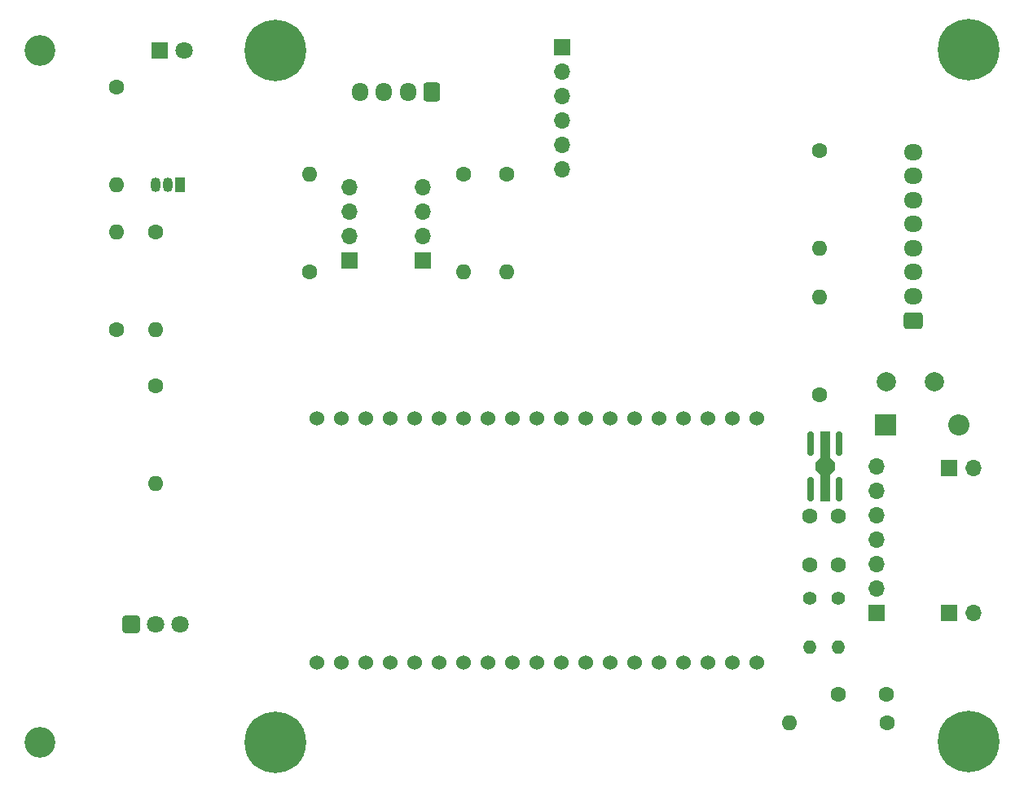
<source format=gbr>
%TF.GenerationSoftware,KiCad,Pcbnew,9.0.0*%
%TF.CreationDate,2025-11-09T18:10:32+09:00*%
%TF.ProjectId,temperature_monitor,74656d70-6572-4617-9475-72655f6d6f6e,0.1.1*%
%TF.SameCoordinates,Original*%
%TF.FileFunction,Soldermask,Top*%
%TF.FilePolarity,Negative*%
%FSLAX46Y46*%
G04 Gerber Fmt 4.6, Leading zero omitted, Abs format (unit mm)*
G04 Created by KiCad (PCBNEW 9.0.0) date 2025-11-09 18:10:32*
%MOMM*%
%LPD*%
G01*
G04 APERTURE LIST*
G04 Aperture macros list*
%AMRoundRect*
0 Rectangle with rounded corners*
0 $1 Rounding radius*
0 $2 $3 $4 $5 $6 $7 $8 $9 X,Y pos of 4 corners*
0 Add a 4 corners polygon primitive as box body*
4,1,4,$2,$3,$4,$5,$6,$7,$8,$9,$2,$3,0*
0 Add four circle primitives for the rounded corners*
1,1,$1+$1,$2,$3*
1,1,$1+$1,$4,$5*
1,1,$1+$1,$6,$7*
1,1,$1+$1,$8,$9*
0 Add four rect primitives between the rounded corners*
20,1,$1+$1,$2,$3,$4,$5,0*
20,1,$1+$1,$4,$5,$6,$7,0*
20,1,$1+$1,$6,$7,$8,$9,0*
20,1,$1+$1,$8,$9,$2,$3,0*%
%AMFreePoly0*
4,1,13,0.900000,0.500000,3.600000,0.500000,3.600000,-0.500000,0.900000,-0.500000,0.400000,-1.000000,-0.400000,-1.000000,-0.900000,-0.500000,-3.600000,-0.500000,-3.600000,0.500000,-0.900000,0.500000,-0.400000,1.000000,0.400000,1.000000,0.900000,0.500000,0.900000,0.500000,$1*%
G04 Aperture macros list end*
%ADD10RoundRect,0.250000X0.725000X-0.600000X0.725000X0.600000X-0.725000X0.600000X-0.725000X-0.600000X0*%
%ADD11O,1.950000X1.700000*%
%ADD12C,3.200000*%
%ADD13C,1.600000*%
%ADD14O,1.600000X1.600000*%
%ADD15R,1.700000X1.700000*%
%ADD16O,1.700000X1.700000*%
%ADD17C,0.800000*%
%ADD18C,6.400000*%
%ADD19C,1.524000*%
%ADD20RoundRect,0.175000X-0.175000X1.075000X-0.175000X-1.075000X0.175000X-1.075000X0.175000X1.075000X0*%
%ADD21FreePoly0,270.000000*%
%ADD22R,2.200000X2.200000*%
%ADD23O,2.200000X2.200000*%
%ADD24RoundRect,0.250000X0.600000X0.725000X-0.600000X0.725000X-0.600000X-0.725000X0.600000X-0.725000X0*%
%ADD25O,1.700000X1.950000*%
%ADD26R,1.050000X1.500000*%
%ADD27O,1.050000X1.500000*%
%ADD28C,1.400000*%
%ADD29O,1.400000X1.400000*%
%ADD30C,2.000000*%
%ADD31R,1.800000X1.800000*%
%ADD32C,1.800000*%
%ADD33RoundRect,0.248400X-0.651600X-0.651600X0.651600X-0.651600X0.651600X0.651600X-0.651600X0.651600X0*%
G04 APERTURE END LIST*
D10*
%TO.C,J3*%
X188250000Y-87100000D03*
D11*
X188250000Y-84600000D03*
X188250000Y-82100000D03*
X188250000Y-79600000D03*
X188250000Y-77100000D03*
X188250000Y-74600000D03*
X188250000Y-72100000D03*
X188250000Y-69600000D03*
%TD*%
D12*
%TO.C,H6*%
X97500000Y-131000000D03*
%TD*%
D13*
%TO.C,R5*%
X105500000Y-88080000D03*
D14*
X105500000Y-77920000D03*
%TD*%
D13*
%TO.C,R2*%
X178500000Y-94830000D03*
D14*
X178500000Y-84670000D03*
%TD*%
D13*
%TO.C,R8*%
X109500000Y-93920000D03*
D14*
X109500000Y-104080000D03*
%TD*%
D13*
%TO.C,C3*%
X180500000Y-107500000D03*
X180500000Y-112500000D03*
%TD*%
D15*
%TO.C,J1*%
X151800000Y-58720000D03*
D16*
X151800000Y-61260000D03*
X151800000Y-63800000D03*
X151800000Y-66340000D03*
X151800000Y-68880000D03*
X151800000Y-71420000D03*
%TD*%
D15*
%TO.C,J5*%
X137300000Y-80900000D03*
D16*
X137300000Y-78360000D03*
X137300000Y-75820000D03*
X137300000Y-73280000D03*
%TD*%
D17*
%TO.C,H2*%
X122000000Y-61400000D03*
X120302944Y-60697056D03*
X123697056Y-60697056D03*
X119600000Y-59000000D03*
D18*
X122000000Y-59000000D03*
D17*
X124400000Y-59000000D03*
X120302944Y-57302944D03*
X123697056Y-57302944D03*
X122000000Y-56600000D03*
%TD*%
D13*
%TO.C,R4*%
X146000000Y-71920000D03*
D14*
X146000000Y-82080000D03*
%TD*%
D19*
%TO.C,U1*%
X126310000Y-122700000D03*
X128850000Y-122700000D03*
X131390000Y-122700000D03*
X133930000Y-122700000D03*
X136470000Y-122700000D03*
X139010000Y-122700000D03*
X141550000Y-122700000D03*
X144090000Y-122700000D03*
X146630000Y-122700000D03*
X149170000Y-122700000D03*
X151710000Y-122700000D03*
X154250000Y-122700000D03*
X156790000Y-122700000D03*
X159330000Y-122700000D03*
X161870000Y-122700000D03*
X164410000Y-122700000D03*
X166950000Y-122700000D03*
X169490000Y-122700000D03*
X172030000Y-122700000D03*
X126310000Y-97300000D03*
X128850000Y-97300000D03*
X131390000Y-97300000D03*
X133930000Y-97300000D03*
X136470000Y-97300000D03*
X139010000Y-97300000D03*
X141550000Y-97300000D03*
X144090000Y-97300000D03*
X146630000Y-97300000D03*
X149170000Y-97300000D03*
X151710000Y-97300000D03*
X154250000Y-97300000D03*
X156790000Y-97300000D03*
X159330000Y-97300000D03*
X161870000Y-97300000D03*
X164410000Y-97300000D03*
X166950000Y-97300000D03*
X169490000Y-97300000D03*
X172030000Y-97300000D03*
%TD*%
D15*
%TO.C,J4*%
X129700000Y-80900000D03*
D16*
X129700000Y-78360000D03*
X129700000Y-75820000D03*
X129700000Y-73280000D03*
%TD*%
D20*
%TO.C,U3*%
X180600000Y-99950000D03*
D21*
X179100000Y-102300000D03*
D20*
X177600000Y-99950000D03*
X177600000Y-104650000D03*
X180600000Y-104650000D03*
%TD*%
D22*
%TO.C,D2*%
X185380000Y-98000000D03*
D23*
X193000000Y-98000000D03*
%TD*%
D17*
%TO.C,H3*%
X194052944Y-133347056D03*
X192355888Y-132644112D03*
X195750000Y-132644112D03*
X191652944Y-130947056D03*
D18*
X194052944Y-130947056D03*
D17*
X196452944Y-130947056D03*
X192355888Y-129250000D03*
X195750000Y-129250000D03*
X194052944Y-128547056D03*
%TD*%
D24*
%TO.C,J2*%
X138250000Y-63350000D03*
D25*
X135750000Y-63350000D03*
X133250000Y-63350000D03*
X130750000Y-63350000D03*
%TD*%
D13*
%TO.C,R1*%
X178500000Y-69420000D03*
D14*
X178500000Y-79580000D03*
%TD*%
D26*
%TO.C,Q1*%
X112040000Y-73000000D03*
D27*
X110770000Y-73000000D03*
X109500000Y-73000000D03*
%TD*%
D15*
%TO.C,J8*%
X184500000Y-117500000D03*
D16*
X184500000Y-114960000D03*
X184500000Y-112420000D03*
X184500000Y-109880000D03*
X184500000Y-107340000D03*
X184500000Y-104800000D03*
X184500000Y-102260000D03*
%TD*%
D28*
%TO.C,R12*%
X177500000Y-116000000D03*
D29*
X177500000Y-121080000D03*
%TD*%
D13*
%TO.C,R6*%
X125500000Y-82080000D03*
D14*
X125500000Y-71920000D03*
%TD*%
D28*
%TO.C,R11*%
X180500000Y-116000000D03*
D29*
X180500000Y-121080000D03*
%TD*%
D15*
%TO.C,J6*%
X192000000Y-102500000D03*
D16*
X194540000Y-102500000D03*
%TD*%
D13*
%TO.C,R7*%
X105500000Y-62840000D03*
D14*
X105500000Y-73000000D03*
%TD*%
D13*
%TO.C,R9*%
X109500000Y-77920000D03*
D14*
X109500000Y-88080000D03*
%TD*%
D13*
%TO.C,C1*%
X185500000Y-126000000D03*
X180500000Y-126000000D03*
%TD*%
D30*
%TO.C,F1*%
X190500000Y-93500000D03*
X185500000Y-93500000D03*
%TD*%
D13*
%TO.C,R3*%
X141500000Y-71920000D03*
D14*
X141500000Y-82080000D03*
%TD*%
D13*
%TO.C,R10*%
X185580000Y-129000000D03*
D14*
X175420000Y-129000000D03*
%TD*%
D12*
%TO.C,H5*%
X97500000Y-59000000D03*
%TD*%
D17*
%TO.C,H4*%
X194052944Y-61347056D03*
X192355888Y-60644112D03*
X195750000Y-60644112D03*
X191652944Y-58947056D03*
D18*
X194052944Y-58947056D03*
D17*
X196452944Y-58947056D03*
X192355888Y-57250000D03*
X195750000Y-57250000D03*
X194052944Y-56547056D03*
%TD*%
%TO.C,H1*%
X122000000Y-133400000D03*
X120302944Y-132697056D03*
X123697056Y-132697056D03*
X119600000Y-131000000D03*
D18*
X122000000Y-131000000D03*
D17*
X124400000Y-131000000D03*
X120302944Y-129302944D03*
X123697056Y-129302944D03*
X122000000Y-128600000D03*
%TD*%
D31*
%TO.C,D1*%
X110000000Y-59000000D03*
D32*
X112540000Y-59000000D03*
%TD*%
D13*
%TO.C,C2*%
X177500000Y-107500000D03*
X177500000Y-112500000D03*
%TD*%
D15*
%TO.C,J7*%
X192000000Y-117500000D03*
D16*
X194540000Y-117500000D03*
%TD*%
D33*
%TO.C,U2*%
X106960000Y-118685000D03*
D32*
X109500000Y-118685000D03*
X112040000Y-118685000D03*
%TD*%
M02*

</source>
